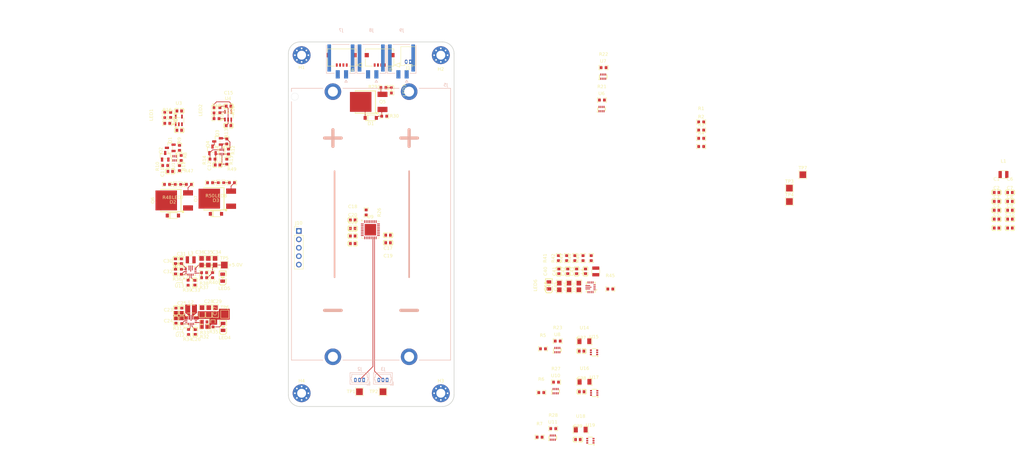
<source format=kicad_pcb>
(kicad_pcb (version 20240108) (generator "pcbnew") (generator_version "8.0")
  (layers (0 "F.Cu" signal) (1 "In1.Cu" signal) (2 "In2.Cu" signal) (31 "B.Cu" signal) (34 "B.Paste" user) (35 "F.Paste" user) (36 "B.SilkS" user "B.Silkscreen") (37 "F.SilkS" user "F.Silkscreen") (38 "B.Mask" user) (39 "F.Mask" user) (44 "Edge.Cuts" user))
  (net 0 "")
  (net 1 "CELL_1+")
  (net 2 "CELL_1-")
  (net 3 "CELL_2+")
  (net 4 "CELL_2-")
  (net 5 "GND")
  (net 6 "+3.3V")
  (net 7 "/STM32L432KCUx/+3V3A")
  (net 8 "Net-(D1-A)")
  (net 9 "/INA199_1/IN-")
  (net 10 "/INA199_2/IN-")
  (net 11 "/INA199_3/IN-")
  (net 12 "/STM32L432KCUx/nRST")
  (net 13 "/STM32L432KCUx/SWDCLK")
  (net 14 "/STM32L432KCUx/SWDIO")
  (net 15 "Net-(LED1-C)")
  (net 16 "/BQ29700_1/CELL+")
  (net 17 "Net-(Q1-G)")
  (net 18 "Net-(Q1-D)")
  (net 19 "Net-(Q2-G)")
  (net 20 "Net-(Q3-G)")
  (net 21 "Net-(Q3-D)")
  (net 22 "Net-(Q4-G)")
  (net 23 "PA0")
  (net 24 "PA1")
  (net 25 "~{MCU_LS_1}")
  (net 26 "~{MCU_LS_2}")
  (net 27 "~{MCU_LS_3}")
  (net 28 "Net-(U8-ST)")
  (net 29 "+9V")
  (net 30 "Net-(U11-ST)")
  (net 31 "+5V")
  (net 32 "PB0")
  (net 33 "PB1")
  (net 34 "/LM66200_2/VOUT")
  (net 35 "/INA199_1/IN+")
  (net 36 "INA199_3")
  (net 37 "/STM32L432KCUx/PA8")
  (net 38 "INA199_1")
  (net 39 "INA199_2")
  (net 40 "/STM32L432KCUx/I2C1_SCL")
  (net 41 "/STM32L432KCUx/I2C1_SDA")
  (net 42 "/INA199_2/IN+")
  (net 43 "/INA199_3/IN+")
  (net 44 "/BQ29700_2/CELL+")
  (net 45 "Net-(D2-A)")
  (net 46 "Net-(D3-A)")
  (net 47 "Net-(LED2-C)")
  (net 48 "Net-(LED3-K)")
  (net 49 "Net-(LED4-A)")
  (net 50 "/Reverse_Polarity/VIN")
  (net 51 "Net-(U2-BAT)")
  (net 52 "Net-(U2-V-)")
  (net 53 "Net-(U4-STAT)")
  (net 54 "Net-(U4-PROG)")
  (net 55 "Net-(U6-ST)")
  (net 56 "Net-(U7-ST)")
  (net 62 "Net-(LED5-A)")
  (net 63 "Net-(LED6-A)")
  (net 64 "Net-(LED7-K)")
  (net 65 "Net-(LED8-K)")
  (net 66 "Net-(R42-Pad1)")
  (net 67 "Net-(U1-BAT)")
  (net 68 "Net-(U12-Vaux)")
  (net 69 "Net-(U13-Vaux)")
  (net 70 "Net-(U20-Vaux)")
  (net 75 "Net-(U12-L1)")
  (net 76 "Net-(U12-L2)")
  (net 77 "Net-(U13-L2)")
  (net 78 "Net-(U13-L1)")
  (net 79 "Net-(U20-L2)")
  (net 80 "Net-(U20-L1)")
  (net 81 "Net-(U1-V-)")
  (net 82 "Net-(U3-STAT)")
  (net 83 "Net-(U3-PROG)")
  (net 84 "Net-(U9-PH3)")
  (net 85 "Net-(U10-ST)")
  (net 86 "Net-(U12-EN)")
  (net 87 "Net-(U12-FB)")
  (net 88 "Net-(U12-PG)")
  (net 89 "Net-(U13-EN)")
  (net 90 "Net-(U13-FB)")
  (net 91 "Net-(U13-PG)")
  (net 92 "Net-(U20-EN)")
  (net 93 "Net-(U20-FB)")
  (net 94 "Net-(U20-PG)")
  (net 106 "/MCP73831_1/+5V_VIN")
  (footprint "Package_DFN_QFN:QFN-32-1EP_5x5mm_P0.5mm_EP3.45x3.45mm" (layer "F.Cu") (at -0.254 1.658)
    (property "Reference" "U9")
    (property "Value" "STM32L432KCUx")
  )
  (footprint "Rocketry_Easyeda:C0603" (layer "F.Cu") (at 63.503 50.546)
    (property "Reference" "C38")
    (property "Value" "100nF 0603")
  )
  (footprint "Rocketry_Easyeda:C0805" (layer "F.Cu") (at 62.64 18.78 90)
    (property "Reference" "C46")
    (property "Value" "22uF 0805")
  )
  (footprint "Rocketry_Easyeda:R0603" (layer "F.Cu") (at -43.575 -18.8685 90)
    (property "Reference" "R15")
    (property "Value" "330R 0603")
  )
  (footprint "Rocketry_Easyeda:R1206" (layer "F.Cu") (at 63.205 61.976)
    (property "Reference" "U18")
    (property "Value" "20m 1206")
  )
  (footprint "Rocketry_Easyeda:R0603" (layer "F.Cu") (at -47.893 -19.6425 180)
    (property "Reference" "R14")
    (property "Value" "2M 0603")
  )
  (footprint "Rocketry_Easyeda:R0603" (layer "F.Cu") (at -57.15 29.21 90)
    (property "Reference" "R31")
    (property "Value" "10k 0603")
  )
  (footprint "Rocketry_Easyeda:C0603" (layer "F.Cu") (at -58.932 26.018 -90)
    (property "Reference" "C23")
    (property "Value" "10uF 0603")
  )
  (footprint "Rocketry_Easyeda:R0603" (layer "F.Cu") (at 51.819 37.592)
    (property "Reference" "R5")
    (property "Value" "100k 0603")
  )
  (footprint "Rocketry_Easyeda:C0603" (layer "F.Cu") (at -5.588 -1.27)
    (property "Reference" "C18")
    (property "Value" "100nF 0603")
  )
  (footprint "Rocketry_Easyeda:C0603" (layer "F.Cu") (at -43.0505 -29.7545)
    (property "Reference" "C16")
    (property "Value" "4.7uF 0603")
  )
  (footprint "Connector_PinHeader_2.54mm:PinHeader_1x05_P2.54mm_Vertical" (layer "F.Cu") (at -21.844 2.032)
    (property "Reference" "J10")
    (property "Value" "Conn_01x05_Pin")
  )
  (footprint "Rocketry_Easyeda:R0603" (layer "F.Cu") (at -55.245 17.653 -90)
    (property "Reference" "R39")
    (property "Value" "100k 0603")
  )
  (footprint "Rocketry_Easyeda:R0603" (layer "F.Cu") (at 99.556 -28.378)
    (property "Reference" "R2")
    (property "Value" "470k 0603")
  )
  (footprint "Rocketry_Easyeda:SOT-583-8_L2.1-W1.2-P0.50-LS1.6-BL" (layer "F.Cu") (at 54.795 64.389)
    (property "Reference" "U11")
    (property "Value" "C3235556 (M66200DRLR)")
  )
  (footprint "Rocketry_Easyeda:R0603" (layer "F.Cu") (at 55.758 47.658)
    (property "Reference" "R27")
    (property "Value" "100k 0603")
  )
  (footprint "Rocketry_Easyeda:C0603" (layer "F.Cu") (at -53.086 32.512 90)
    (property "Reference" "C26")
    (property "Value" "100nF 0603")
  )
  (footprint "Rocketry_Easyeda:C0603" (layer "F.Cu") (at -57.919 -34.1745)
    (property "Reference" "C13")
    (property "Value" "4.7uF 0603")
  )
  (footprint "Rocketry_Easyeda:C0603" (layer "F.Cu") (at 59.29 14.21 90)
    (property "Reference" "C41")
    (property "Value" "10uF 0603")
  )
  (footprint "Rocketry_Easyeda:R0603" (layer "F.Cu") (at 3.669 -41.2205 180)
    (property "Reference" "R29")
    (property "Value" "0603WAF1001T5E (1k 0603)")
  )
  (footprint "Rocketry_Easyeda:C0603" (layer "F.Cu") (at 61.97 14.21 90)
    (property "Reference" "C42")
    (property "Value" "10uF 0603")
  )
  (footprint "Rocketry_Easyeda:R0603" (layer "F.Cu") (at 56.5 10.23 90)
    (property "Reference" "R41")
    (property "Value" "10k 0603")
  )
  (footprint "Rocketry_Easyeda:C0805" (layer "F.Cu") (at 59.69 18.78 90)
    (property "Reference" "C45")
    (property "Value" "22uF 0805")
  )
  (footprint "Rocketry_Easyeda:SOT-23-3_L2.9-W1.3-P1.90-LS2.4-BR" (layer "F.Cu") (at -60.638 -23.0445)
    (property "Reference" "Q1")
    (property "Value" "AO3400A")
  )
  (footprint "Rocketry_Easyeda:C0603" (layer "F.Cu") (at -58.928 29.148 90)
    (property "Reference" "C24")
    (property "Value" "10uF 0603")
  )
  (footprint "Rocketry_Easyeda:SC-70-6_L2.2-W1.3-P0.65-LS2.1-BR" (layer "F.Cu") (at 67.224 38.661)
    (property "Reference" "U15")
    (property "Value" "INA199A1DCKR")
  )
  (footprint "Rocketry_Easyeda:C0603" (layer "F.Cu") (at 192.724 -4.204)
    (property "Reference" "C8")
    (property "Value" "10uF 0603")
  )
  (footprint "Rocketry_Easyeda:R0603" (layer "F.Cu") (at -50.292 30.988)
    (property "Reference" "R32")
    (property "Value" "470k 0603")
  )
  (footprint "Rocketry_Easyeda:C0805" (layer "F.Cu") (at 56.74 18.78 90)
    (property "Reference" "C44")
    (property "Value" "22uF 0805")
  )
  (footprint "Rocketry_Easyeda:R1206" (layer "F.Cu") (at 64.309 35.306)
    (property "Reference" "U14")
    (property "Value" "20m 1206")
  )
  (footprint "Rocketry_Easyeda:R0603" (layer "F.Cu") (at -1.524 -3.556 -90)
    (property "Reference" "R26")
    (property "Value" "5.1k 0603")
  )
  (footprint "Rocketry_Easyeda:C0603" (layer "F.Cu") (at -53.213 17.653 90)
    (property "Reference" "C33")
    (property "Value" "100nF 0603")
  )
  (footprint "Rocketry_Easyeda:C0805" (layer "F.Cu") (at -51.054 26.178 -90)
    (property "Reference" "C27")
    (property "Value" "22uF 0805")
  )
  (footprint "Rocketry_Easyeda:C0603" (layer "F.Cu") (at 192.724 1.156)
    (property "Reference" "C10")
    (property "Value" "10uF 0603")
  )
  (footprint "Rocketry_Easyeda:R0603" (layer "F.Cu") (at -57.844 -23.0445 -90)
    (property "Reference" "R9")
    (property "Value" "2M 0603")
  )
  (footprint "Rocketry_Easyeda:R0603" (layer "F.Cu") (at 99.556 -23.438)
    (property "Reference" "R4")
    (property "Value" "470k 0603")
  )
  (footprint "Rocketry_Easyeda:C0805" (layer "F.Cu") (at -51.181 11.319 -90)
    (property "Reference" "C36")
    (property "Value" "22uF 0805")
  )
  (footprint "Rocketry_Easyeda:R0603" (layer "F.Cu") (at 51.311 50.8)
    (property "Reference" "R6")
    (property "Value" "100k 0603")
  )
  (footprint "MountingHole:MountingHole_2.7mm_M2.5_Pad_Via" (layer "F.Cu") (at 21 51)
    (property "Reference" "H3")
    (property "Value" "MountingHole_Pad")
  )
  (footprint "Rocketry_Easyeda:R0603" (layer "F.Cu") (at 61.44 10.23 90)
    (property "Reference" "R43")
    (property "Value" "33k 0603")
  )
  (footprint "Rocketry_Easyeda:C0603" (layer "F.Cu") (at 188.674 -4.204)
    (property "Reference" "C3")
    (property "Value" "10uF 0603")
  )
  (footprint "Rocketry_Easyeda:R0603" (layer "F.Cu") (at -57.844 -16.9365 90)
    (property "Reference" "R11")
    (property "Value" "330R 0603")
  )
  (footprint "MountingHole:MountingHole_2.7mm_M2.5_Pad_Via" (layer "F.Cu") (at -21 51)
    (property "Reference" "H4")
    (property "Value" "MountingHole_Pad")
  )
  (footprint "TestPoint:TestPoint_Pad_2.0x2.0mm" (layer "F.Cu") (at 130.225 -14.935)
    (property "Reference" "TP7")
    (property "Value" "TestPoint")
  )
  (footprint "Rocketry_Easyeda:C0603" (layer "F.Cu") (at 5.08 5.588 180)
    (property "Reference" "C19")
    (property "Value" "100nF 0603")
  )
  (footprint "Rocketry_Easyeda:R0603" (layer "F.Cu") (at 3.923 -32.5845 180)
    (property "Reference" "R30")
    (property "Value" "0603WAF1003T5E (100k 0603)")
  )
  (footprint "Rocketry_Easyeda:R0603" (layer "F.Cu") (at -48.632 -12.5305 180)
    (property "Reference" "R50")
    (property "Value" "0603WAF1003T5E (100k 0603)")
  )
  (footprint "Rocketry_Easyeda:R0603" (layer "F.Cu") (at 69.608 -37.46)
    (property "Reference" "R21")
    (property "Value" "100k 0603")
  )
  (footprint "TestPoint:TestPoint_Pad_2.0x2.0mm" (layer "F.Cu") (at -44.323 12.319)
    (property "Reference" "TP5")
    (property "Value" "TestPoint")
  )
  (footprint "Rocketry_Easyeda:C0603" (layer "F.Cu") (at 188.674 -9.564)
    (property "Reference" "C1")
    (property "Value" "10uF 0603")
  )
  (footprint "Rocketry_Easyeda:R0603" (layer "F.Cu") (at -45.6585 -34.3945 -90)
    (property "Reference" "R19")
    (property "Value" "2k 0603")
  )
  (footprint "Rocketry_Easyeda:C0603" (layer "F.Cu") (at 192.724 -6.884)
    (property "Reference" "C7")
    (property "Value" "10uF 0603")
  )
  (footprint "Rocketry_Easyeda:C0603" (layer "F.Cu") (at 188.674 -1.524)
    (property "Reference" "C4")
    (property "Value" "10uF 0603")
  )
  (footprint "Rocketry_Easyeda:R0603" (layer "F.Cu") (at -50.304 29.464 180)
    (property "Reference" "R33")
    (property "Value" "150k 0603")
  )
  (footprint "Rocketry_Easyeda:VQFN-HR-15_L3.0-W2.5-P0.50-BL_TPS63070RNMR" (layer "F.Cu") (at -54.348 29.062)
    (property "Reference" "U12")
    (property "Value" "TPS63070RNMR")
  )
  (footprint "Rocketry_Easyeda:IND-SMD_L2.5-W2.0_MEKK2520TR47M" (layer "F.Cu") (at -54.348 25.592 180)
    (property "Reference" "L2")
    (property "Value" "1.5uF 2.9A")
  )
  (footprint "Rocketry_Easyeda:SOD-123_L2.8-W1.8-LS3.7-RD" (layer "F.Cu") (at -46.854 -3.1325)
    (property "Reference" "D3")
    (property "Value" "BZT52C11-7-F")
  )
  (footprint "Connector_Molex:Molex_PicoBlade_53048-0210_1x02_P1.25mm_Horizontal" (layer "F.Cu") (at 11.801 -49.022 180)
    (property "Reference" "J1")
    (property "Value" "Conn_01x02")
  )
  (footprint "Rocketry_Easyeda:SOT-23-3_L2.9-W1.3-P1.90-LS2.4-BR" (layer "F.Cu") (at -46.369 -24.9765)
    (property "Reference" "Q3")
    (property "Value" "AO3400A")
  )
  (footprint "Rocketry_Easyeda:R0603" (layer "F.Cu") (at -61.543 -30.4325)
    (property "Reference" "R16")
    (property "Value" "0603WAF1001T5E (1k 0603)")
  )
  (footprint "Rocketry_Easyeda:C0805" (layer "F.Cu") (at -46.99 26.178 -90)
    (property "Reference" "C29")
    (property "Value" "22uF 0805")
  )
  (footprint "MountingHole:MountingHole_2.7mm_M2.5_Pad_Via" (layer "F.Cu") (at 21 -51)
    (property "Reference" "H2")
    (property "Value" "MountingHole_Pad")
  )
  (footprint "Rocketry_Easyeda:TO-252-2_L6.6-W6.1-P4.57-LS10.1-BL" (layer "F.Cu") (at 0.113 -36.9025 90)
    (property "Reference" "Q5")
    (property "Value" "AP25P06K")
  )
  (footprint "Rocketry_Easyeda:SOT-583-8_L2.1-W1.2-P0.50-LS1.6-BL" (layer "F.Cu") (at 55.638 50.373)
    (property "Reference" "U10")
    (property "Value" "C3235556 (M66200DRLR)")
  )
  (footprint "Rocketry_Easyeda:R0603" (layer "F.Cu") (at -42.028 -12.5305)
    (property "Reference" "R49")
    (property "Value" "0603WAF1001T5E (1k 0603)")
  )
  (footprint "Rocketry_Easyeda:R0603" (layer "F.Cu") (at 66.38 10.23 90)
    (property "Reference" "R46")
    (property "Value" "0603WAF5101T5E (5.1k 0603)")
  )
  (footprint "Rocketry_Easyeda:C0603" (layer "F.Cu") (at -5.588 5.842)
    (property "Reference" "C22")
    (property "Value" "4.7uF 0603")
  )
  (footprint "Rocketry_Easyeda:C0805" (layer "F.Cu") (at -47.117 11.319 -90)
    (property "Reference" "C34")
    (property "Value" "22uF 0805")
  )
  (footprint "Rocketry_Easyeda:SOD-123_L2.8-W1.8-LS3.7-RD" (layer "F.Cu") (at -0.141 -32.0765)
    (property "Reference" "D1")
    (property "Value" "BZT52C11-7-F")
  )
  (footprint "Rocketry_Easyeda:WSON-6_L1.5-W1.5-P0.50-TL" (layer "F.Cu") (at -45.054 -21.8165 -90)
    (property "Reference" "U2")
    (property "Value" "BQ29700DSER")
  )
  (footprint "Rocketry_Easyeda:R0603" (layer "F.Cu") (at -57.336 -19.9845 -90)
    (property "Reference" "R8")
    (property "Value" "2.2k 0603")
  )
  (footprint "Rocketry_Easyeda:C0603" (layer "F.Cu") (at -5.588 3.556)
    (property "Reference" "C21")
    (property "Value" "100nF 0603")
  )
  (footprint "Rocketry_Easyeda:SC-70-6_L2.2-W1.3-P0.65-LS2.1-BR" (layer "F.Cu") (at 66.12 65.331)
    (property "Reference" "U19")
    (property "Value" "INA199A1DCKR")
  )
  (footprint "Rocketry_Easyeda:R0603" (layer "F.Cu") (at 70.104 -47.244)
    (property "Reference" "R22")
    (property "Value" "100k 0603")
  )
  (footprint "Rocketry_Easyeda:C0603" (layer "F.Cu") (at -5.588 1.27)
    (property "Reference" "C20")
    (property "Value" "10nF 0603")
  )
  (footprint "Rocketry_Easyeda:R0603" (layer "F.Cu") (at -61.621 -12.0105 180)
    (property "Reference" "R48")
    (property "Value" "0603WAF1003T5E (100k 0603)")
  )
  (footprint "Rocketry_Easyeda:LED0603-RD" (layer "F.Cu") (at -58.319 -12.0105 180)
    (property "Reference" "LED7")
    (property "Value" "KT-0603R (RED)")
  )
  (footprint "Rocketry_Easyeda:R0603" (layer "F.Cu") (at -43.067 -21.9165 -90)
    (property "Reference" "R12")
    (property "Value" "2.2k 0603")
  )
  (footprint "Rocketry_Easyeda:C0603" (layer "F.Cu") (at -46.369 -17.8645)
    (property "Reference" "C12")
    (property "Value" "100nF 0603")
  )
  (footprint "Rocketry_Easyeda:R0603" (layer "F.Cu") (at 63.91 10.23 90)
    (property "Reference" "R44")
    (property "Value" "33k 0603")
  )
  (footprint "Rocketry_Easyeda:LED0603-RD" (layer "F.Cu") (at -45.33 -12.5305 180)
    (property "Reference" "LED8")
    (property "Value" "KT-0603R (RED)")
  )
  (footprint "Rocketry_Easyeda:C0603" (layer "F.Cu") (at 188.674 1.156)
    (property "Reference" "C5")
    (property "Value" "10uF 0603")
  )
  (footprint "Rocketry_Easyeda:R0603" (layer "F.Cu") (at -62.162 -17.7105 180)
    (property "Reference" "R10")
    (property "Value" "2M 0603")
  )
  (footprint "Rocketry_Easyeda:R0603" (layer "F.Cu") (at -57.277 14.351 90)
    (property "Reference" "R36")
    (property "Value" "10k 0603")
  )
  (footprint "Rocketry_Easyeda:IND-SMD_L2.5-W2.0_MEKK2520TR47M" (layer "F.Cu") (at 67.75 14.245 90)
    (property "Reference" "L4")
    (property "Value" "1.5uF 2.9A")
  )
  (footprint "Rocketry_Easyeda:R0603" (layer "F.Cu") (at -46.6745 -31.8545)
    (property "Reference" "R18")
    (property "Value" "0603WAF1001T5E (1k 0603)")
  )
  (footprint "Rocketry_Easyeda:R0603" (layer "F.Cu") (at -50.419 16.129)
    (property "Reference" "R37")
    (property "Value" "680k 0603")
  )
  (footprint "Rocketry_Easyeda:C0603" (layer "F.Cu") (at 5.08 3.302 180)
    (property "Reference" "C17")
    (property "Value" "4.7uF 0603")
  )
  (footprint "Rocketry_Easyeda:IND-SMD_L2.5-W2.0_MEKK2520TR47M" (layer "F.Cu") (at 190.77 -14.986)
    (property "Reference" "L1")
    (property "Value" "1.5uF 2.9A")
  )
  (footprint "Rocketry_Manual:CON_5037630491" (layer "F.Cu") (at 4.03365 -48.027)
    (property "Reference" "J6")
    (property "Value" "5037630491")
  )
  (footprint "Rocketry_Easyeda:R0603" (layer "F.Cu") (at -50.431 14.605 180)
    (property "Reference" "R38")
    (property "Value" "130k 0603")
  )
  (footprint "Rocketry_Easyeda:C0603" (layer "F.Cu") (at 64.65 14.21 90)
    (property "Reference" "C43")
    (property "Value" "100nF 0603")
  )
  (footprint "Rocketry_Easyeda:R1206" (layer "F.Cu") (at 64.353 47.546)
    (property "Reference" "U16")
    (property "Value" "20m 1206")
  )
  (footprint "Rocketry_Easyeda:C0603" (layer "F.Cu") (at 62.355 64.976)
    (property "Reference" "C39")
    (property "Value" "100nF 0603")
  )
  (footprint "Rocketry_Easyeda:TO-252-2_L6.6-W6.1-P4.57-LS10.1-BL" (layer "F.Cu") (at -58.561 -7.1845 90)
    (property "Reference" "Q6")
    (property "Value" "AP25P06K")
  )
  (footprint "Rocketry_Easyeda:C0603" (layer "F.Cu") (at -57.919 -28.3325)
    (property "Reference" "C14")
    (property "Value" "4.7uF 0603")
  )
  (footprint "Rocketry_Easyeda:VQFN-HR-15_L3.0-W2.5-P0.50-BL_TPS63070RNMR" (layer "F.Cu") (at -54.475 14.203)
    (property "Reference" "U13")
    (property "Value" "TPS63070RNMR")
  )
  (footprint "Rocketry_Easyeda:C0603" (layer "F.Cu") (at 56.61 14.21 90)
    (property "Reference" "C40")
    (property "Value" "10uF 0603")
  )
  (footprint "Rocketry_Easyeda:C0805" (layer "F.Cu") (at -49.149 11.319 -90)
    (property "Reference" "C35")
    (property "Value" "22uF 0805")
  )
  (footprint "Rocketry_Easyeda:R0603" (layer "F.Cu") (at 99.556 -25.908)
    (property "Reference" "R3")
    (property "Value" "470k 0603")
  )
  (footprint "Rocketry_Easyeda:SC-70-6_L2.2-W1.3-P0.65-LS2.1-BR" (layer "F.Cu") (at 67.268 50.901)
    (property "Reference" "U17")
    (property "Value" "INA199A1DCKR")
  )
  (footprint "TestPoint:TestPoint_Pad_2.0x2.0mm" (layer "F.Cu") (at -3.556 50.546)
    (property "Reference" "TP1")
    (property "Value" "TestPoint")
  )
  (footprint "Rocketry_Easyeda:R0603" (layer "F.Cu") (at -43.575 -24.9765 -90)
    (property "Reference" "R13")
    (property "Value" "2M 0603")
  )
  (footprint "Rocketry_Easyeda:R0603" (layer "F.Cu") (at 72.136 19.558)
    (property "Reference" "R45")
    (property "Value" "100k 0603")
  )
  (footprint "Rocketry_Easyeda:C0603" (layer "F.Cu") (at -60.638 -15.9325)
    (property "Reference" "C11")
    (property "Value" "100nF 0603")
  )
  (footprint "Rocketry_Easyeda:VQFN-HR-15_L3.0-W2.5-P0.50-BL_TPS63070RNMR" (layer "F.Cu") (at 66.36 19.015 90)
    (property "Reference" "U20")
    (property "Value" "TPS63070RNMR")
  )
  (footprint "Rocketry_Easyeda:R0603" (layer "F.Cu") (at -55.017 -12.0105)
    (property "Reference" "R47")
    (property "Value" "0603WAF1001T5E (1k 0603)")
  )
  (footprint "TestPoint:TestPoint_Pad_2.0x2.0mm" (layer "F.Cu") (at -44.196 27.178)
    (property "Reference" "TP6")
    (property "Value" "TestPoint")
  )
  (footprint "Rocketry_Easyeda:SOT-23-5_L3.0-W1.7-P0.95-LS2.8-BL" (layer "F.Cu") (at -43.1845 -32.7365)
    (property "Reference" "U4")
    (property "Value" "MCP73831T-2ACI/OT")
  )
  (footprint "Rocketry_Easyeda:SOD-123_L2.8-W1.8-LS3.7-RD" (layer "F.Cu") (at -59.843 -2.6125)
    (property "Reference" "D2")
    (property "Value" "BZT52C11-7-F")
  )
  (footprint "Rocketry_Easyeda:C0603" (layer "F.Cu") (at -59.059 11.159 -90)
    (property "Reference" "C30")
    (property "Value" "10uF 0603")
  )
  (footprint "Rocketry_Easyeda:R0603" (layer "F.Cu") (at -47.879 15.367 90)
    (property "Reference" "R40")
    (property "Value" "2.2k 0603")
  )
  (footprint "Rocketry_Easyeda:WSON-6_L1.5-W1.5-P0.50-TL" (layer "F.Cu") (at -59.323 -19.8845 -90)
    (property "Reference" "U1")
    (property "Value" "BQ29700DSER")
  )
  (footprint "Rocketry_Easyeda:IND-SMD_L2.5-W2.0_MEKK2520TR47M" (layer "F.Cu") (at -54.475 10.733 180)
    (property "Reference" "L3")
    (property "Value" "1.5uF 2.9A")
  )
  (footprint "Rocketry_Easyeda:R0603" (layer "F.Cu") (at 56.269 35.263)
    (property "Reference" "R23")
    (property "Value" "100k 0603")
  )
  (footprint "Rocketry_Easyeda:R0603" (layer "F.Cu") (at 50.803 64.262)
    (property "Reference" "R7")
    (property "Value" "100k 0603")
  )
  (footprint "Rocketry_Easyeda:LED0603-RD-YELLOW" (layer "F.Cu") (at -47.4365 -34.3945 90)
    (property "Reference" "LED2")
    (property "Value" "Yellow")
  )
  (footprint "Rocketry_Manual:CON_5037630491" (layer "F.Cu") (at -7.39635 -48.027)
    (property "Reference" "J4")
    (property "Value" "5037630491")
  )
  (footprint "Rocketry_Easyeda:C0603" (layer "F.Cu") (at -57.281 11.159 -90)
    (property "Reference" "C31")
    (property "Value" "10uF 0603")
  )
  (footprint "TestPoint:TestPoint_Pad_2.0x2.0mm" (layer "F.Cu") (at 3.556 50.546)
    (property "Reference" "TP2")
    (property "Value" "TestPoint")
  )
  (footprint "Rocketry_Easyeda:LED0603-RD" (layer "F.Cu") (at 6.096 -40.386 -90)
    (property "Reference" "LED3")
    (property "Value" "KT-0603R (RED)")
  )
  (footprint "Rocketry_Easyeda:R0603" (layer "F.Cu") (at -55.118 32.512 -90)
    (property "Reference" "R34")
    (property "Value" "100k 0603")
  )
  (footprint "Rocketry_Easyeda:R0603" (layer "F.Cu") (at -47.752 30.226 90)
    (property "Reference" "R35")
    (property "Value" "1k 0603")
  )
  (footprint "Rocketry_Easyeda:SOT-583-8_L2.1-W1.2-P0.50-LS1.6-BL" (layer "F.Cu") (at 69.984 -44.529)
    (property "Reference" "U7")
    (property "Value" "C3235556 (M66200DRLR)")
  )
  (footprint "Rocketry_Easyeda:R0603" (layer "F.Cu") (at 58.97 10.23 90)
    (property "Reference" "R42")
    (property "Value" "300k 0603")
  )
  (footprint "TestPoint:TestPoint_Pad_2.0x2.0mm" (layer "F.Cu") (at 126.175 -10.885)
    (property "Reference" "TP3")
    (property "Value" "TestPoint")
  )
  (footprint "Rocketry_Easyeda:SOT-583-8_L2.1-W1.2-P0.50-LS1.6-BL" (layer "F.Cu") (at 69.488 -34.745)
    (property "Reference" "U6")
    (property "Value" "C3235556 (M66200DRLR)")
  )
  (footprint "Rocketry_Easyeda:C0603" (layer "F.Cu") (at 192.724 -1.524)
    (property "Reference" "C9")
    (property "Value" "10uF 0603")
  )
  (footprint "Rocketry_Easyeda:R0603" (layer "F.Cu") (at -60.527 -32.9725 -90)
    (property "Reference" "R17")
    (property "Value" "2k 0603")
  )
  (footprint "Rocketry_Easyeda:C0603" (layer "F.Cu") (at 188.674 -6.884)
    (property "Reference" "C2")
    (property "Value" "10uF 0603")
  )
  (footprint "TestPoint:TestPoint_Pad_2.0x2.0mm" (layer "F.Cu") (at 126.175 -6.835)
    (property "Reference" "TP4")
    (property "Value" "TestPoint")
  )
  (footprint "Rocketry_Easyeda:SOT-23-3_L2.9-W1.3-P1.90-LS2.4-BR" (layer "F.Cu") (at -47.893 -22.4365 -90)
    (property "Reference" "Q4")
    (property "Value" "AO3400A")
  )
  (footprint "Rocketry_Easyeda:SOT-23-5_L3.0-W1.7-P0.95-LS2.8-BL" (layer "F.Cu") (at -58.053 -31.3145)
    (property "Reference" "U3")
    (property "Value" "MCP73831T-2ACI/OT")
  )
  (footprint "Rocketry_Easyeda:C0805" (layer "F.Cu") (at -49.022 26.178 -90)
    (property "Reference" "C28")
    (property "Value" "22uF 0805")
  )
  (footprint "Rocketry_Easyeda:C0603" (layer "F.Cu") (at -59.055 14.289 90)
    (property "Reference" "C32")
    (property "Value" "10uF 0603")
  )
  (footprint "Rocketry_Easyeda:C0603" (layer "F.Cu") (at -43.0505 -35.5965)
    (property "Reference" "C15")
    (property "Value" "4.7uF 0603")
  )
  (footprint "Rocketry_Easyeda:C0603" (layer "F.Cu") (at 192.724 -9.564)
    (property "Reference" "C6")
    (property "Value" "10uF 0603")
  )
  (footprint "Rocketry_Easyeda:LED0805-R-RD" (layer "F.Cu") (at 53.6 18.47 90)
    (property "Reference" "LED6")
    (property "Value" "0805G (Green)")
  )
  (footprint "Rocketry_Easyeda:SOT-583-8_L2.1-W1.2-P0.50-LS1.6-BL" (layer "F.Cu") (at 56.149 37.978)
    (property "Reference" "U8")
    (property "Value" "C3235556 (M66200DRLR)")
  )
  (footprint "Rocketry_Easyeda:TO-252-2_L6.6-W6.1-P4.57-LS10.1-BL" (layer "F.Cu") (at -45.572 -7.7045 90)
    (property "Reference" "Q7")
    (property "Value" "AP25P06K")
  )
  (footprint "Rocketry_Easyeda:LED0805-R-RD" (layer "F.Cu") (at -44.704 30.988 90)
    (property "Reference" "LED4")
    (property "Value" "0805G (Green)")
  )
  (footprint "Rocketry_Easyeda:C0603" (layer "F.Cu") (at -57.154 26.018 -90)
    (property "Reference" "C25")
    (property "Value" "10uF 0603")
  )
  (footprint "Rocketry_Easyeda:R0603" (layer "F.Cu") (at 99.556 -30.848)
    (property "Reference" "R1")
    (property "Value" "470k 0603")
  )
  (footprint "Rocketry_Easyeda:LED0603-RD-YELLOW" (layer "F.Cu") (at -62.305 -32.9725 90)
    (property "Reference" "LED1")
    (property "Value" "Yellow")
  )
  (footprint "Rocketry_Easyeda:C0603" (layer "F.Cu") (at 63.459 38.306)
    (property "Reference" "C37")
    (property "Value" "100nF 0603")
  )
  (footprint "Rocketry_Easyeda:R0603" (layer "F.Cu") (at 54.915 61.674)
    (property "Reference" "R28")
    (property "Value" "100k 0603")
  )
  (footprint "MountingHole:MountingHole_2.7mm_M2.5_Pad_Via" (layer "F.Cu") (at -21 -51)
    (property "Reference" "H1")
    (property "Value" "MountingHole_Pad")
  )
  (footprint "Rocketry_Easyeda:LED0805-R-RD" (layer "F.Cu") (at -44.831 16.129 90)
    (property "Reference" "LED5")
    (property "Value" "0805G (Green)")
  )
  (footprint "Rocketry_Easyeda:SOT-23-3_L2.9-W1.3-P1.90-LS2.4-BR" (layer "F.Cu") (at -62.162 -20.5045 -90)
    (property "Reference" "Q2")
    (property "Value" "AO3400A")
  )
  (footprint "Rocketry_Manual:1054301102" (layer "B.Cu") (at 9.142 -48.9945 180)
    (property "Reference" "J9")
    (property "Value" "1053091102")
  )
  (footprint "Connector_Molex:Molex_PicoBlade_53047-0310_1x03_P1.25mm_Vertical" (layer "B.Cu") (at -2.286 46.99 180)
    (property "Reference" "J2")
    (property "Value" "Conn_01x03")
  )
  (footprint "Rocketry_Manual:PA21700x2-THM_Parallel" (layer "B.Cu") (at 23.9375 -41 180)
    (property "Reference" "J5")
    (property "Value" "2P 21700 Cell Holder")
    (fp_circle (center 47 -2.5) (end 48.1 -2.5) (stroke (width 0.05)) (fill none) (layer "Edge.Cuts"))
  )
  (footprint "Rocketry_Manual:1054301102" (layer "B.Cu") (at -9.146 -48.9945 180)
    (property "Reference" "J7")
    (property "Value" "1053091102")
  )
  (footprint "Connector_Molex:Molex_PicoBlade_53047-0310_1x03_P1.25mm_Vertical" (layer "B.Cu") (at 4.786 46.99 180)
    (property "Reference" "J3")
    (property "Value" "Conn_01x03")
  )
  (footprint "Rocketry_Manual:1054301102" (layer "B.Cu") (at -0.002 -48.9945 180)
    (property "Reference" "J8")
    (property "Value" "1053091102")
  )
  (gr_line (start -56.896 32.524) (end -56.642 32.778) (stroke (width 0.15)) (layer "F.SilkS"))
  (gr_line (start -56.896 31.762) (end -56.41975 31.254) (stroke (width 0.15)) (layer "F.SilkS"))
  (gr_line (start -57.023 17.653) (end -56.769 17.907) (stroke (width 0.15)) (layer "F.SilkS"))
  (gr_line (start -58.674 17.653) (end -58.928 17.907) (stroke (width 0.15)) (layer "F.SilkS"))
  (gr_line (start -56.896 32.524) (end -58.547 32.524) (stroke (width 0.15)) (layer "F.SilkS"))
  (gr_line (start -57.023 17.653) (end -58.674 17.653) (stroke (width 0.15)) (layer "F.SilkS"))
  (gr_line (start -57.023 16.891) (end -56.54675 16.383) (stroke (width 0.15)) (layer "F.SilkS"))
  (gr_line (start -58.547 32.524) (end -58.801 32.778) (stroke (width 0.15)) (layer "F.SilkS"))
  (gr_line (start -57.023 16.891) (end -57.023 17.653) (stroke (width 0.15)) (layer "F.SilkS"))
  (gr_poly (pts (xy -56.134 31.53975) (xy -56.642 31.03175) (xy -56.134 31.03175)) (stroke (width 0.1)) (fill solid) (layer "F.SilkS"))
  (gr_line (start -56.896 31.762) (end -56.896 32.524) (stroke (width 0.15)) (layer "F.SilkS"))
  (gr_poly (pts (xy -56.261 16.66875) (xy -56.769 16.16075) (xy -56.261 16.16075)) (stroke (width 0.1)) (fill solid) (layer "F.SilkS"))
  (gr_line (start 25 -51.5) (end 25 51.5) (stroke (width 0.2)) (layer "Edge.Cuts"))
  (gr_arc (start -25 -51.500001) (mid -23.974874 -53.974874) (end -21.500001 -55) (stroke (width 0.2)) (layer "Edge.Cuts"))
  (gr_arc (start 25 51.5) (mid 23.974874 53.974874) (end 21.5 55) (stroke (width 0.2)) (layer "Edge.Cuts"))
  (gr_arc (start -21.500001 55) (mid -23.974874 53.974874) (end -25 51.500001) (stroke (width 0.2)) (layer "Edge.Cuts"))
  (gr_line (start -21.500001 -55) (end 21.5 -55) (stroke (width 0.2)) (layer "Edge.Cuts"))
  (gr_line (start 21.5 55) (end -21.500001 55) (stroke (width 0.2)) (layer "Edge.Cuts"))
  (gr_line (start -25 51.500001) (end -25 -51.500001) (stroke (width 0.2)) (layer "Edge.Cuts"))
  (gr_arc (start 21.5 -55) (mid 23.974874 -53.974874) (end 25 -51.5) (stroke (width 0.2)) (layer "Edge.Cuts"))
  (gr_text "+5.0V" (at -41.021 12.319 0) (layer "F.SilkS") (effects (font (size 1 1))))
  (segment (start -60.871 -12.0105) (end -59.119 -12.0105) (width 0.2) (layer "F.Cu") (net 2))
  (segment (start -46.13 -12.5305) (end -47.882 -12.5305) (width 0.2) (layer "F.Cu") (net 4))
  (segment (start -47.069 -19.5685) (end -47.143 -19.6425) (width 0.2) (layer "F.Cu") (net 4))
  (segment (start -45.554 -21.1765) (end -46.683 -21.1765) (width 0.2) (layer "F.Cu") (net 4))
  (segment (start -47.069 -17.8645) (end -47.069 -19.5685) (width 0.2) (layer "F.Cu") (net 4))
  (segment (start -46.943 -19.8425) (end -47.143 -19.6425) (width 0.2) (layer "F.Cu") (net 4))
  (segment (start -46.683 -21.1765) (end -46.943 -21.4365) (width 0.2) (layer "F.Cu") (net 4))
  (segment (start -46.943 -21.4365) (end -46.943 -19.8425) (width 0.2) (layer "F.Cu") (net 4))
  (segment (start -42.625 -24.7765) (end -43.575 -25.7265) (width 0.2) (layer "F.Cu") (net 5))
  (segment (start -43.1845 -30.3205) (end -43.1845 -31.5865) (width 0.2) (layer "F.Cu") (net 5))
  (segment (start -43.775 -25.9265) (end -43.575 -25.7265) (width 0.2) (layer "F.Cu") (net 5))
  (segment (start -43.7505 -35.5965) (end -43.1845 -35.0305) (width 0.2) (layer "F.Cu") (net 5))
  (segment (start -45.369 -25.9265) (end -43.775 -25.9265) (width 0.2) (layer "F.Cu") (net 5))
  (segment (start -43.7505 -35.5965) (end -45.2065 -35.5965) (width 0.2) (layer "F.Cu") (net 5))
  (segment (start -42.625 -23.1085) (end -42.625 -24.7765) (width 0.2) (layer "F.Cu") (net 5))
  (segment (start -43.1845 -35.0305) (end -43.1845 -31.5865) (width 0.2) (layer "F.Cu") (net 5))
  (segment (start -43.067 -22.6665) (end -42.625 -23.1085) (width 0.2) (layer "F.Cu") (net 5))
  (segment (start -45.2065 -35.5965) (end -45.6585 -35.1445) (width 0.2) (layer "F.Cu") (net 5))
  (segment (start -43.7505 -29.7545) (end -43.1845 -30.3205) (width 0.2) (layer "F.Cu") (net 5))
  (segment (start 3.173 -34.3925) (end 3.403 -34.6225) (width 0.2) (layer "F.Cu") (net 8))
  (segment (start 2.057 -32.5845) (end 1.549 -32.0765) (width 0.2) (layer "F.Cu") (net 8))
  (segment (start 3.173 -32.5845) (end 3.173 -34.3925) (width 0.2) (layer "F.Cu") (net 8))
  (segment (start 3.173 -32.5845) (end 2.057 -32.5845) (width 0.2) (layer "F.Cu") (net 8))
  (segment (start -55.271 -9.4645) (end -55.271 -11.0065) (width 0.2) (layer "F.Cu") (net 16))
  (segment (start -55.271 -11.0065) (end -54.267 -12.0105) (width 0.2) (layer "F.Cu") (net 16))
  (segment (start -45.054 -22.4565) (end -45.054 -23.7115) (width 0.2) (layer "F.Cu") (net 20))
  (segment (start -45.054 -23.7115) (end -45.369 -24.0265) (width 0.2) (layer "F.Cu") (net 20))
  (segment (start -45.169 -24.2265) (end -45.369 -24.0265) (width 0.2) (layer "F.Cu") (net 20))
  (segment (start -43.575 -24.2265) (end -45.169 -24.2265) (width 0.2) (layer "F.Cu") (net 20))
  (segment (start -47.369 -23.9605) (end -47.893 -23.4365) (width 0.2) (layer "F.Cu") (net 21))
  (segment (start -47.369 -24.9765) (end -47.369 -23.9605) (width 0.2) (layer "F.Cu") (net 21))
  (segment (start -48.643 -19.6425) (end -48.643 -21.2365) (width 0.2) (layer "F.Cu") (net 22))
  (segment (start -47.823 -22.4565) (end -48.843 -21.4365) (width 0.2) (layer "F.Cu") (net 22))
  (segment (start -48.643 -21.2365) (end -48.843 -21.4365) (width 0.2) (layer "F.Cu") (net 22))
  (segment (start -45.554 -22.4565) (end -47.823 -22.4565) (width 0.2) (layer "F.Cu") (net 22))
  (segment (start -47.879 13.081) (end -47.117 12.319) (width 0.2) (layer "F.Cu") (net 31))
  (segment (start -52.071 12.319) (end -53.025 13.273) (width 0.2) (layer "F.Cu") (net 31))
  (segment (start -49.391 16.129) (end -47.879 14.617) (width 0.2) (layer "F.Cu") (net 31))
  (segment (start -47.879 14.617) (end -47.879 13.081) (width 0.2) (layer "F.Cu") (net 31))
  (segment (start -44.323 12.319) (end -52.071 12.319) (width 0.2) (layer "F.Cu") (net 31))
  (segment (start -53.025 13.773) (end -53.025 13.273) (width 0.2) (layer "F.Cu") (net 31))
  (segment (start -49.669 16.129) (end -49.391 16.129) (width 0.2) (layer "F.Cu") (net 31))
  (segment (start 0.496 42.958) (end -3.536 46.99) (width 0.2) (layer "F.Cu") (net 32))
  (segment (start 0.496 4.0955) (end 0.496 42.958) (width 0.2) (layer "F.Cu") (net 32))
  (segment (start 0.996 4.0955) (end 0.996 44.337352) (width 0.2) (layer "F.Cu") (net 33))
  (segment (start 3.536 46.877352) (end 3.536 46.99) (width 0.2) (layer "F.Cu") (net 33))
  (segment (start 0.996 44.337352) (end 3.536 46.877352) (width 0.2) (layer "F.Cu") (net 33))
  (segment (start -55.925 13.215) (end -57.281 11.859) (width 0.2) (layer "F.Cu") (net 34))
  (segment (start -55.925 13.773) (end -55.925 13.215) (width 0.2) (layer "F.Cu") (net 34))
  (segment (start -59.055 11.863) (end -59.059 11.859) (width 0.2) (layer "F.Cu") (net 34))
  (segment (start -57.277 13.601) (end -56.097 13.601) (width 0.2) (layer "F.Cu") (net 34))
  (segment (start -59.059 11.859) (end -57.281 11.859) (width 0.2) (layer "F.Cu") (net 34))
  (segment (start -56.097 13.601) (end -55.925 13.773) (width 0.2) (layer "F.Cu") (net 34))
  (segment (start -59.055 13.589) (end -59.055 11.863) (width 0.2) (layer "F.Cu") (net 34))
  (segment (start -42.2345 -31.5865) (end -42.2345 -29.8705) (width 0.2) (layer "F.Cu") (net 44))
  (segment (start -42.282 -9.9845) (end -42.282 -11.5265) (width 0.2) (layer "F.Cu") (net 44))
  (segment (start -42.282 -11.5265) (end -41.278 -12.5305) (width 0.2) (layer "F.Cu") (net 44))
  (segment (start -42.2345 -29.8705) (end -42.3505 -29.7545) (width 0.2) (layer "F.Cu") (net 44))
  (segment (start -47.4245 -33.5825) (end -47.4365 -33.5945) (width 0.2) (layer "F.Cu") (net 47))
  (segment (start -47.4245 -31.8545) (end -47.4245 -33.5825) (width 0.2) (layer "F.Cu") (net 47))
  (segment (start 6.171 -41.2205) (end 6.209 -41.2585) (width 0.2) (layer "F.Cu") (net 48))
  (segment (start 4.419 -41.2205) (end 6.171 -41.2205) (width 0.2) (layer "F.Cu") (net 48))
  (segment (start -47.752 30.976) (end -45.742 30.976) (width 0.2) (layer "F.Cu") (net 49))
  (segment (start -45.742 30.976) (end -44.704 29.938) (width 0.2) (layer "F.Cu") (net 49))
  (segment (start 2.919 -39.6665) (end 3.403 -39.1825) (width 0.2) (layer "F.Cu") (net 50))
  (segment (start 2.919 -41.2205) (end 2.919 -39.6665) (width 0.2) (layer "F.Cu") (net 50))
  (segment (start -45.415 -18.1185) (end -45.669 -17.8645) (width 0.2) (layer "F.Cu") (net 51))
  (segment (start -45.054 -18.4795) (end -45.669 -17.8645) (width 0.2) (layer "F.Cu") (net 51))
  (segment (start -43.575 -18.1185) (end -45.415 -18.1185) (width 0.2) (layer "F.Cu") (net 51))
  (segment (start -45.054 -21.1765) (end -45.054 -18.4795) (width 0.2) (layer "F.Cu") (net 51))
  (segment (start -44.544 -21.1665) (end -44.554 -21.1765) (width 0.2) (layer "F.Cu") (net 52))
  (segment (start -43.067 -21.1665) (end -44.544 -21.1665) (width 0.2) (layer "F.Cu") (net 52))
  (segment (start -44.4025 -31.8545) (end -44.1345 -31.5865) (width 0.2) (layer "F.Cu") (net 53))
  (segment (start -45.9245 -31.8545) (end -44.4025 -31.8545) (width 0.2) (layer "F.Cu") (net 53))
  (segment (start -44.1345 -33.8865) (end -45.4165 -33.8865) (width 0.2) (layer "F.Cu") (net 54))
  (segment (start -45.4165 -33.8865) (end -45.6585 -33.6445) (width 0.2) (layer "F.Cu") (net 54))
  (segment (start -57.519 -12.0105) (end -55.767 -12.0105) (width 0.2) (layer "F.Cu") (net 64))
  (segment (start -42.778 -12.5305) (end -44.53 -12.5305) (width 0.2) (layer "F.Cu") (net 65))
  (segment (start -53.086 31.812) (end -54.098 30.8) (width 0.2) (layer "F.Cu") (net 68))
  (segment (start -54.098 30.8) (end -54.098 30.082) (width 0.2) (layer "F.Cu") (net 68))
  (segment (start -53.467 16.953) (end -54.225 16.195) (width 0.2) (layer "F.Cu") (net 69))
  (segment (start -54.225 16.195) (end -54.225 15.223) (width 0.2) (layer "F.Cu") (net 69))
  (segment (start -56.322 29.132) (end -55.798 29.132) (width 0.2) (layer "F.Cu") (net 86))
  (segment (start -57.15 29.96) (end -56.322 29.132) (width 0.2) (layer "F.Cu") (net 86))
  (segment (start -57.028 30.082) (end -57.15 29.96) (width 0.2) (layer "F.Cu") (net 86))
  (segment (start -55.098 30.082) (end -57.028 30.082) (width 0.2) (layer "F.Cu") (net 86))
  (segment (start -54.598 31.242) (end -54.598 30.082) (width 0.2) (layer "F.Cu") (net 88))
  (segment (start -55.118 31.762) (end -54.598 31.242) (width 0.2) (layer "F.Cu") (net 88))
  (segment (start -57.277 15.101) (end -56.449 14.273) (width 0.2) (layer "F.Cu") (net 89))
  (segment (start -57.155 15.223) (end -57.277 15.101) (width 0.2) (layer "F.Cu") (net 89))
  (segment (start -56.449 14.273) (end -55.925 14.273) (width 0.2) (layer "F.Cu") (net 89))
  (segment (start -55.225 15.223) (end -57.155 15.223) (width 0.2) (layer "F.Cu") (net 89))
  (segment (start -51.169 14.617) (end -51.181 14.605) (width 0.2) (layer "F.Cu") (net 90))
  (segment (start -51.181 14.605) (end -51.349 14.773) (width 0.2) (layer "F.Cu") (net 90))
  (segment (start -51.349 14.773) (end -53.025 14.773) (width 0.2) (layer "F.Cu") (net 90))
  (segment (start -51.169 16.129) (end -51.169 14.617) (width 0.2) (layer "F.Cu") (net 90))
  (segment (start -54.725 15.223) (end -54.725 16.129) (width 0.2) (layer "F.Cu") (net 91))
  (segment (start -54.725 16.129) (end -55.499 16.903) (width 0.2) (layer "F.Cu") (net 91))
  (segment (start -46.674498 -36.9345) (end -42.864498 -36.9345) (width 0.2) (layer "F.Cu") (net 106))
  (segment (start -42.2345 -35.4805) (end -42.3505 -35.5965) (width 0.2) (layer "F.Cu") (net 106))
  (segment (start -42.3505 -36.420502) (end -42.3505 -35.5965) (width 0.2) (layer "F.Cu") (net 106))
  (segment (start -47.4365 -36.172498) (end -46.674498 -36.9345) (width 0.2) (layer "F.Cu") (net 106))
  (segment (start -42.2345 -33.8865) (end -42.2345 -35.4805) (width 0.2) (layer "F.Cu") (net 106))
  (segment (start -47.4365 -35.1945) (end -47.4365 -36.172498) (width 0.2) (layer "F.Cu") (net 106))
  (segment (start -1.831 -35.5565) (end -3.177 -36.9025) (width 0.2) (layer "F.Cu") (net 106))
  (segment (start -42.864498 -36.9345) (end -42.3505 -36.420502) (width 0.2) (layer "F.Cu") (net 106))
  (segment (start -1.831 -32.0765) (end -1.831 -35.5565) (width 0.2) (layer "F.Cu") (net 106))
  (zone (net 75) (net_name "Net-(U12-L1)") (layer "F.Cu") (priority 4) (connect_pads yes (clearance 0.2)) (min_thickness 0.25) (fill yes (thermal_gap 0.5) (thermal_bridge_width 0.5))
    (polygon (pts (xy -56.134 24.232) (xy -54.61 24.232) (xy -54.61 27.026) (xy -54.61 28.804) (xy -55.118 28.804) (xy -55.118 27.534) (xy -56.134 26.772)))
  )
  (zone (net 87) (net_name "Net-(U12-FB)") (layer "F.Cu") (priority 6) (connect_pads yes (clearance 0.2)) (min_thickness 0.25) (fill yes (thermal_gap 0.5) (thermal_bridge_width 0.5))
    (polygon (pts (xy -50.546 31.598) (xy -50.546 28.804) (xy -51.816 28.804) (xy -51.816 29.566) (xy -53.34 29.566) (xy -53.34 29.82) (xy -51.816 29.82) (xy -51.816 31.598)))
  )
  (zone (net 6) (net_name "+3.3V") (layer "F.Cu") (priority 5) (connect_pads yes (clearance 0.2)) (min_thickness 0.25) (fill yes (thermal_gap 0.5) (thermal_bridge_width 0.5))
    (polygon (pts (xy -42.672 25.502) (xy -42.672 28.804) (xy -46.482 28.804) (xy -46.482 30.328) (xy -48.26 30.328) (xy -48.514 30.582) (xy -48.514 31.598) (xy -50.038 31.598) (xy -50.038 30.074) (xy -49.022 30.074) (xy -48.768 29.82) (xy -48.768 28.55) (xy -52.07 28.55) (xy -52.07 28.804) (xy -53.594 28.804) (xy -53.594 27.788) (xy -52.324 27.788) (xy -52.324 26.264) (xy -45.974 26.264) (xy -45.974 25.502)))
  )
  (zone (net 34) (net_name "/LM66200_2/VOUT") (layer "F.Cu") (priority 3) (connect_pads yes (clearance 0.2)) (min_thickness 0.25) (fill yes (thermal_gap 0.5) (thermal_bridge_width 0.5))
    (polygon (pts (xy -56.134 26.174) (xy -56.134 27.698) (xy -55.118 27.698) (xy -55.118 28.968) (xy -59.69 28.968) (xy -59.69 26.174)))
  )
  (zone (net 76) (net_name "Net-(U12-L2)") (layer "F.Cu") (priority 4) (connect_pads yes (clearance 0.2)) (min_thickness 0.25) (fill yes (thermal_gap 0.5) (thermal_bridge_width 0.5))
    (polygon (pts (xy -52.578 24.232) (xy -54.102 24.232) (xy -54.102 27.026) (xy -54.102 28.804) (xy -53.594 28.804) (xy -53.594 27.534) (xy -52.578 26.772)))
  )
)
</source>
